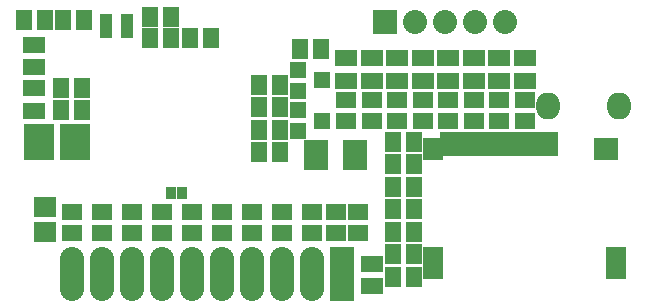
<source format=gts>
G04 (created by PCBNEW-RS274X (2012-01-19 BZR 3256)-stable) date 26/03/2013 21:56:11*
G01*
G70*
G90*
%MOIN*%
G04 Gerber Fmt 3.4, Leading zero omitted, Abs format*
%FSLAX34Y34*%
G04 APERTURE LIST*
%ADD10C,0.006000*%
%ADD11R,0.056000X0.056000*%
%ADD12R,0.075000X0.065000*%
%ADD13R,0.065000X0.055000*%
%ADD14R,0.055000X0.065000*%
%ADD15R,0.080000X0.180000*%
%ADD16O,0.080000X0.180000*%
%ADD17R,0.080000X0.100000*%
%ADD18R,0.075000X0.055000*%
%ADD19R,0.100000X0.060000*%
%ADD20R,0.067200X0.106600*%
%ADD21R,0.083000X0.075100*%
%ADD22R,0.067200X0.075100*%
%ADD23R,0.047600X0.083000*%
%ADD24R,0.080000X0.080000*%
%ADD25C,0.080000*%
%ADD26R,0.043600X0.043600*%
%ADD27O,0.080000X0.090000*%
%ADD28R,0.035700X0.043600*%
G04 APERTURE END LIST*
G54D10*
G54D11*
X89500Y-64450D03*
X89500Y-63750D03*
X90300Y-64100D03*
X89500Y-63100D03*
X89500Y-62400D03*
X90300Y-62750D03*
G54D12*
X81050Y-66975D03*
X81050Y-67825D03*
G54D13*
X93650Y-64100D03*
X93650Y-63400D03*
X92800Y-64100D03*
X92800Y-63400D03*
X91950Y-64100D03*
X91950Y-63400D03*
X91100Y-64100D03*
X91100Y-63400D03*
G54D14*
X93350Y-68550D03*
X92650Y-68550D03*
X93350Y-67800D03*
X92650Y-67800D03*
X93350Y-65550D03*
X92650Y-65550D03*
X93350Y-64800D03*
X92650Y-64800D03*
X93350Y-66300D03*
X92650Y-66300D03*
X93350Y-67050D03*
X92650Y-67050D03*
G54D13*
X91500Y-67150D03*
X91500Y-67850D03*
G54D14*
X85250Y-60650D03*
X84550Y-60650D03*
X85250Y-61350D03*
X84550Y-61350D03*
X86600Y-61350D03*
X85900Y-61350D03*
X82300Y-63000D03*
X81600Y-63000D03*
X88900Y-64400D03*
X88200Y-64400D03*
X88200Y-63650D03*
X88900Y-63650D03*
G54D13*
X90750Y-67850D03*
X90750Y-67150D03*
X85950Y-67850D03*
X85950Y-67150D03*
X83950Y-67850D03*
X83950Y-67150D03*
X84950Y-67850D03*
X84950Y-67150D03*
X86950Y-67850D03*
X86950Y-67150D03*
X87950Y-67850D03*
X87950Y-67150D03*
X88950Y-67850D03*
X88950Y-67150D03*
X89950Y-67850D03*
X89950Y-67150D03*
X82950Y-67850D03*
X82950Y-67150D03*
X81950Y-67850D03*
X81950Y-67150D03*
G54D14*
X88200Y-62900D03*
X88900Y-62900D03*
G54D13*
X97050Y-64100D03*
X97050Y-63400D03*
X96200Y-64100D03*
X96200Y-63400D03*
X95350Y-64100D03*
X95350Y-63400D03*
X94500Y-64100D03*
X94500Y-63400D03*
G54D14*
X89550Y-61700D03*
X90250Y-61700D03*
X92650Y-69300D03*
X93350Y-69300D03*
X81650Y-60750D03*
X82350Y-60750D03*
X81050Y-60750D03*
X80350Y-60750D03*
G54D15*
X90950Y-69200D03*
G54D16*
X89950Y-69200D03*
X88950Y-69200D03*
X87950Y-69200D03*
X86950Y-69200D03*
X85950Y-69200D03*
X84950Y-69200D03*
X83950Y-69200D03*
X82950Y-69200D03*
X81950Y-69200D03*
G54D17*
X90100Y-65250D03*
X91400Y-65250D03*
G54D18*
X80700Y-61575D03*
X80700Y-62325D03*
X80700Y-63025D03*
X80700Y-63775D03*
X91100Y-62775D03*
X91100Y-62025D03*
X91950Y-62775D03*
X91950Y-62025D03*
X92800Y-62775D03*
X92800Y-62025D03*
X93650Y-62775D03*
X93650Y-62025D03*
X94500Y-62775D03*
X94500Y-62025D03*
X95350Y-62775D03*
X95350Y-62025D03*
X96200Y-62775D03*
X96200Y-62025D03*
X97050Y-62775D03*
X97050Y-62025D03*
G54D19*
X80850Y-65100D03*
X82050Y-65100D03*
X82050Y-64500D03*
X80850Y-64500D03*
G54D14*
X82300Y-63750D03*
X81600Y-63750D03*
G54D20*
X93999Y-68838D03*
X100101Y-68838D03*
G54D21*
X99747Y-65059D03*
G54D22*
X93999Y-65059D03*
G54D23*
X94471Y-64862D03*
X94904Y-64862D03*
X95337Y-64862D03*
X95770Y-64862D03*
X96204Y-64862D03*
X96637Y-64862D03*
X97070Y-64862D03*
X97503Y-64862D03*
X97936Y-64862D03*
G54D14*
X88200Y-65150D03*
X88900Y-65150D03*
G54D18*
X91950Y-69625D03*
X91950Y-68875D03*
G54D24*
X92400Y-60800D03*
G54D25*
X93400Y-60800D03*
X94400Y-60800D03*
X95400Y-60800D03*
X96400Y-60800D03*
G54D26*
X83100Y-60750D03*
X83100Y-61150D03*
X83800Y-61150D03*
X83800Y-60750D03*
G54D27*
X97819Y-63600D03*
X100181Y-63600D03*
G54D28*
X85627Y-66500D03*
X85273Y-66500D03*
M02*

</source>
